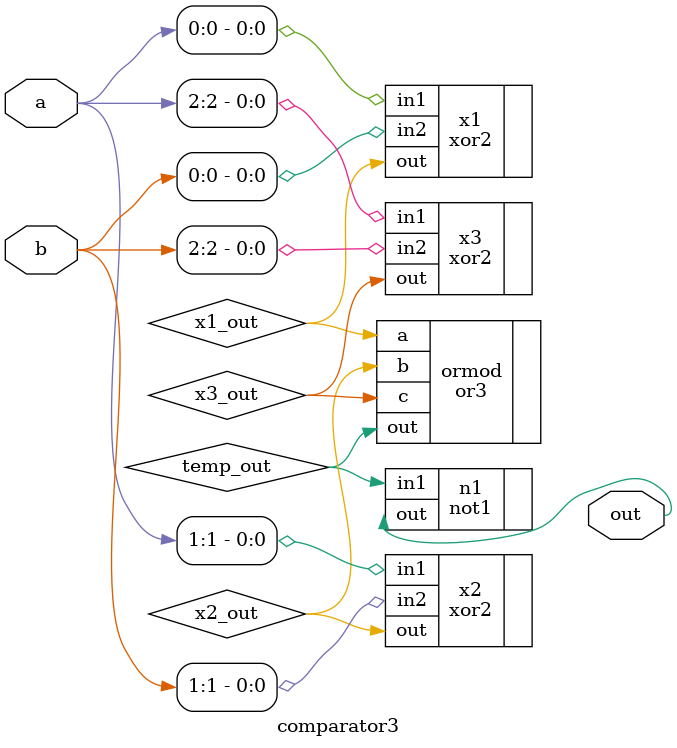
<source format=v>
module comparator3(a, b, out);

	input [2:0] a, b;
	output out; 

	wire x1_out,x2_out,x3_out,temp_out;

	xor2 x1(.in1(a[0]), .in2(b[0]), .out(x1_out));
	xor2 x2(.in1(a[1]), .in2(b[1]), .out(x2_out));
	xor2 x3(.in1(a[2]), .in2(b[2]), .out(x3_out));

	or3 ormod(.a(x1_out),.b(x2_out),.c(x3_out),.out(temp_out));

	//invert out to produce 1 when same inputs 
	not1 n1(.in1(temp_out),.out(out));

endmodule
</source>
